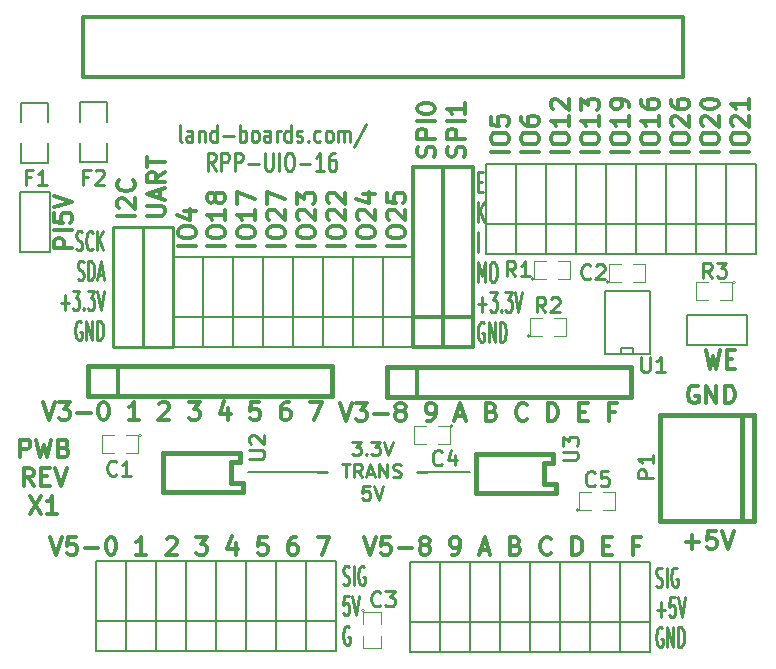
<source format=gto>
G04 (created by PCBNEW (2013-07-07 BZR 4022)-stable) date 3/5/2015 7:40:27 AM*
%MOIN*%
G04 Gerber Fmt 3.4, Leading zero omitted, Abs format*
%FSLAX34Y34*%
G01*
G70*
G90*
G04 APERTURE LIST*
%ADD10C,0.00590551*%
%ADD11C,0.011811*%
%ADD12C,0.00787402*%
%ADD13C,0.00875*%
%ADD14C,0.01125*%
%ADD15C,0.012*%
%ADD16C,0.01*%
%ADD17C,0.006*%
%ADD18C,0.005*%
%ADD19C,0.015*%
%ADD20C,0.0039*%
G04 APERTURE END LIST*
G54D10*
G54D11*
X2439Y-8059D02*
X1848Y-8059D01*
X1848Y-7834D01*
X1876Y-7778D01*
X1904Y-7750D01*
X1960Y-7721D01*
X2045Y-7721D01*
X2101Y-7750D01*
X2129Y-7778D01*
X2157Y-7834D01*
X2157Y-8059D01*
X2439Y-7468D02*
X1848Y-7468D01*
X1848Y-6906D02*
X1848Y-7187D01*
X2129Y-7215D01*
X2101Y-7187D01*
X2073Y-7131D01*
X2073Y-6990D01*
X2101Y-6934D01*
X2129Y-6906D01*
X2185Y-6878D01*
X2326Y-6878D01*
X2382Y-6906D01*
X2410Y-6934D01*
X2439Y-6990D01*
X2439Y-7131D01*
X2410Y-7187D01*
X2382Y-7215D01*
X1848Y-6709D02*
X2439Y-6512D01*
X1848Y-6315D01*
X23300Y-12676D02*
X23243Y-12648D01*
X23159Y-12648D01*
X23075Y-12676D01*
X23018Y-12732D01*
X22990Y-12789D01*
X22962Y-12901D01*
X22962Y-12985D01*
X22990Y-13098D01*
X23018Y-13154D01*
X23075Y-13210D01*
X23159Y-13239D01*
X23215Y-13239D01*
X23300Y-13210D01*
X23328Y-13182D01*
X23328Y-12985D01*
X23215Y-12985D01*
X23581Y-13239D02*
X23581Y-12648D01*
X23918Y-13239D01*
X23918Y-12648D01*
X24199Y-13239D02*
X24199Y-12648D01*
X24340Y-12648D01*
X24424Y-12676D01*
X24481Y-12732D01*
X24509Y-12789D01*
X24537Y-12901D01*
X24537Y-12985D01*
X24509Y-13098D01*
X24481Y-13154D01*
X24424Y-13210D01*
X24340Y-13239D01*
X24199Y-13239D01*
X22890Y-17864D02*
X23340Y-17864D01*
X23115Y-18089D02*
X23115Y-17639D01*
X23903Y-17498D02*
X23621Y-17498D01*
X23593Y-17779D01*
X23621Y-17751D01*
X23678Y-17723D01*
X23818Y-17723D01*
X23874Y-17751D01*
X23903Y-17779D01*
X23931Y-17835D01*
X23931Y-17976D01*
X23903Y-18032D01*
X23874Y-18060D01*
X23818Y-18089D01*
X23678Y-18089D01*
X23621Y-18060D01*
X23593Y-18032D01*
X24099Y-17498D02*
X24296Y-18089D01*
X24493Y-17498D01*
G54D12*
X14240Y-15533D02*
X15690Y-15533D01*
X10740Y-15533D02*
X8290Y-15533D01*
G54D11*
X12172Y-17698D02*
X12369Y-18289D01*
X12566Y-17698D01*
X13043Y-17698D02*
X12762Y-17698D01*
X12734Y-17979D01*
X12762Y-17951D01*
X12819Y-17923D01*
X12959Y-17923D01*
X13015Y-17951D01*
X13043Y-17979D01*
X13071Y-18035D01*
X13071Y-18176D01*
X13043Y-18232D01*
X13015Y-18260D01*
X12959Y-18289D01*
X12819Y-18289D01*
X12762Y-18260D01*
X12734Y-18232D01*
X13324Y-18064D02*
X13774Y-18064D01*
X14139Y-17951D02*
X14083Y-17923D01*
X14055Y-17895D01*
X14027Y-17839D01*
X14027Y-17810D01*
X14055Y-17754D01*
X14083Y-17726D01*
X14139Y-17698D01*
X14251Y-17698D01*
X14308Y-17726D01*
X14336Y-17754D01*
X14364Y-17810D01*
X14364Y-17839D01*
X14336Y-17895D01*
X14308Y-17923D01*
X14251Y-17951D01*
X14139Y-17951D01*
X14083Y-17979D01*
X14055Y-18007D01*
X14027Y-18064D01*
X14027Y-18176D01*
X14055Y-18232D01*
X14083Y-18260D01*
X14139Y-18289D01*
X14251Y-18289D01*
X14308Y-18260D01*
X14336Y-18232D01*
X14364Y-18176D01*
X14364Y-18064D01*
X14336Y-18007D01*
X14308Y-17979D01*
X14251Y-17951D01*
X15094Y-18289D02*
X15207Y-18289D01*
X15263Y-18260D01*
X15291Y-18232D01*
X15347Y-18148D01*
X15375Y-18035D01*
X15375Y-17810D01*
X15347Y-17754D01*
X15319Y-17726D01*
X15263Y-17698D01*
X15150Y-17698D01*
X15094Y-17726D01*
X15066Y-17754D01*
X15038Y-17810D01*
X15038Y-17951D01*
X15066Y-18007D01*
X15094Y-18035D01*
X15150Y-18064D01*
X15263Y-18064D01*
X15319Y-18035D01*
X15347Y-18007D01*
X15375Y-17951D01*
X16050Y-18120D02*
X16330Y-18120D01*
X15993Y-18289D02*
X16190Y-17698D01*
X16387Y-18289D01*
X17230Y-17979D02*
X17314Y-18007D01*
X17342Y-18035D01*
X17370Y-18092D01*
X17370Y-18176D01*
X17342Y-18232D01*
X17314Y-18260D01*
X17258Y-18289D01*
X17033Y-18289D01*
X17033Y-17698D01*
X17230Y-17698D01*
X17286Y-17726D01*
X17314Y-17754D01*
X17342Y-17810D01*
X17342Y-17867D01*
X17314Y-17923D01*
X17286Y-17951D01*
X17230Y-17979D01*
X17033Y-17979D01*
X18410Y-18232D02*
X18381Y-18260D01*
X18297Y-18289D01*
X18241Y-18289D01*
X18157Y-18260D01*
X18100Y-18204D01*
X18072Y-18148D01*
X18044Y-18035D01*
X18044Y-17951D01*
X18072Y-17839D01*
X18100Y-17782D01*
X18157Y-17726D01*
X18241Y-17698D01*
X18297Y-17698D01*
X18381Y-17726D01*
X18410Y-17754D01*
X19112Y-18289D02*
X19112Y-17698D01*
X19252Y-17698D01*
X19337Y-17726D01*
X19393Y-17782D01*
X19421Y-17839D01*
X19449Y-17951D01*
X19449Y-18035D01*
X19421Y-18148D01*
X19393Y-18204D01*
X19337Y-18260D01*
X19252Y-18289D01*
X19112Y-18289D01*
X20151Y-17979D02*
X20348Y-17979D01*
X20432Y-18289D02*
X20151Y-18289D01*
X20151Y-17698D01*
X20432Y-17698D01*
X21331Y-17979D02*
X21135Y-17979D01*
X21135Y-18289D02*
X21135Y-17698D01*
X21416Y-17698D01*
X11363Y-13231D02*
X11559Y-13822D01*
X11756Y-13231D01*
X11897Y-13231D02*
X12262Y-13231D01*
X12065Y-13456D01*
X12149Y-13456D01*
X12206Y-13485D01*
X12234Y-13513D01*
X12262Y-13569D01*
X12262Y-13710D01*
X12234Y-13766D01*
X12206Y-13794D01*
X12149Y-13822D01*
X11981Y-13822D01*
X11925Y-13794D01*
X11897Y-13766D01*
X12515Y-13597D02*
X12964Y-13597D01*
X13329Y-13485D02*
X13273Y-13456D01*
X13245Y-13428D01*
X13217Y-13372D01*
X13217Y-13344D01*
X13245Y-13288D01*
X13273Y-13260D01*
X13329Y-13231D01*
X13442Y-13231D01*
X13498Y-13260D01*
X13526Y-13288D01*
X13554Y-13344D01*
X13554Y-13372D01*
X13526Y-13428D01*
X13498Y-13456D01*
X13442Y-13485D01*
X13329Y-13485D01*
X13273Y-13513D01*
X13245Y-13541D01*
X13217Y-13597D01*
X13217Y-13710D01*
X13245Y-13766D01*
X13273Y-13794D01*
X13329Y-13822D01*
X13442Y-13822D01*
X13498Y-13794D01*
X13526Y-13766D01*
X13554Y-13710D01*
X13554Y-13597D01*
X13526Y-13541D01*
X13498Y-13513D01*
X13442Y-13485D01*
X14285Y-13822D02*
X14397Y-13822D01*
X14453Y-13794D01*
X14481Y-13766D01*
X14538Y-13681D01*
X14566Y-13569D01*
X14566Y-13344D01*
X14538Y-13288D01*
X14509Y-13260D01*
X14453Y-13231D01*
X14341Y-13231D01*
X14285Y-13260D01*
X14257Y-13288D01*
X14229Y-13344D01*
X14229Y-13485D01*
X14257Y-13541D01*
X14285Y-13569D01*
X14341Y-13597D01*
X14453Y-13597D01*
X14509Y-13569D01*
X14538Y-13541D01*
X14566Y-13485D01*
X15240Y-13653D02*
X15521Y-13653D01*
X15184Y-13822D02*
X15380Y-13231D01*
X15577Y-13822D01*
X16420Y-13513D02*
X16504Y-13541D01*
X16532Y-13569D01*
X16560Y-13625D01*
X16560Y-13710D01*
X16532Y-13766D01*
X16504Y-13794D01*
X16448Y-13822D01*
X16223Y-13822D01*
X16223Y-13231D01*
X16420Y-13231D01*
X16476Y-13260D01*
X16504Y-13288D01*
X16532Y-13344D01*
X16532Y-13400D01*
X16504Y-13456D01*
X16476Y-13485D01*
X16420Y-13513D01*
X16223Y-13513D01*
X17600Y-13766D02*
X17572Y-13794D01*
X17488Y-13822D01*
X17431Y-13822D01*
X17347Y-13794D01*
X17291Y-13738D01*
X17263Y-13681D01*
X17235Y-13569D01*
X17235Y-13485D01*
X17263Y-13372D01*
X17291Y-13316D01*
X17347Y-13260D01*
X17431Y-13231D01*
X17488Y-13231D01*
X17572Y-13260D01*
X17600Y-13288D01*
X18302Y-13822D02*
X18302Y-13231D01*
X18443Y-13231D01*
X18527Y-13260D01*
X18583Y-13316D01*
X18611Y-13372D01*
X18639Y-13485D01*
X18639Y-13569D01*
X18611Y-13681D01*
X18583Y-13738D01*
X18527Y-13794D01*
X18443Y-13822D01*
X18302Y-13822D01*
X19342Y-13513D02*
X19539Y-13513D01*
X19623Y-13822D02*
X19342Y-13822D01*
X19342Y-13231D01*
X19623Y-13231D01*
X20522Y-13513D02*
X20325Y-13513D01*
X20325Y-13822D02*
X20325Y-13231D01*
X20606Y-13231D01*
G54D13*
X15978Y-5850D02*
X16095Y-5850D01*
X16145Y-6191D02*
X15978Y-6191D01*
X15978Y-5541D01*
X16145Y-5541D01*
X15978Y-7188D02*
X15978Y-6538D01*
X16178Y-7188D02*
X16028Y-6817D01*
X16178Y-6538D02*
X15978Y-6909D01*
X15978Y-8186D02*
X15978Y-7536D01*
X15978Y-9183D02*
X15978Y-8533D01*
X16095Y-8997D01*
X16211Y-8533D01*
X16211Y-9183D01*
X16445Y-8533D02*
X16511Y-8533D01*
X16545Y-8564D01*
X16578Y-8626D01*
X16595Y-8750D01*
X16595Y-8966D01*
X16578Y-9090D01*
X16545Y-9152D01*
X16511Y-9183D01*
X16445Y-9183D01*
X16411Y-9152D01*
X16378Y-9090D01*
X16361Y-8966D01*
X16361Y-8750D01*
X16378Y-8626D01*
X16411Y-8564D01*
X16445Y-8533D01*
X15978Y-9933D02*
X16245Y-9933D01*
X16111Y-10181D02*
X16111Y-9685D01*
X16378Y-9531D02*
X16595Y-9531D01*
X16478Y-9778D01*
X16528Y-9778D01*
X16561Y-9809D01*
X16578Y-9840D01*
X16595Y-9902D01*
X16595Y-10057D01*
X16578Y-10119D01*
X16561Y-10150D01*
X16528Y-10181D01*
X16428Y-10181D01*
X16395Y-10150D01*
X16378Y-10119D01*
X16745Y-10119D02*
X16761Y-10150D01*
X16745Y-10181D01*
X16728Y-10150D01*
X16745Y-10119D01*
X16745Y-10181D01*
X16878Y-9531D02*
X17095Y-9531D01*
X16978Y-9778D01*
X17028Y-9778D01*
X17061Y-9809D01*
X17078Y-9840D01*
X17095Y-9902D01*
X17095Y-10057D01*
X17078Y-10119D01*
X17061Y-10150D01*
X17028Y-10181D01*
X16928Y-10181D01*
X16895Y-10150D01*
X16878Y-10119D01*
X17195Y-9531D02*
X17311Y-10181D01*
X17428Y-9531D01*
X16161Y-10559D02*
X16128Y-10528D01*
X16078Y-10528D01*
X16028Y-10559D01*
X15995Y-10621D01*
X15978Y-10683D01*
X15961Y-10807D01*
X15961Y-10899D01*
X15978Y-11023D01*
X15995Y-11085D01*
X16028Y-11147D01*
X16078Y-11178D01*
X16111Y-11178D01*
X16161Y-11147D01*
X16178Y-11116D01*
X16178Y-10899D01*
X16111Y-10899D01*
X16328Y-11178D02*
X16328Y-10528D01*
X16528Y-11178D01*
X16528Y-10528D01*
X16695Y-11178D02*
X16695Y-10528D01*
X16778Y-10528D01*
X16828Y-10559D01*
X16861Y-10621D01*
X16878Y-10683D01*
X16895Y-10807D01*
X16895Y-10899D01*
X16878Y-11023D01*
X16861Y-11085D01*
X16828Y-11147D01*
X16778Y-11178D01*
X16695Y-11178D01*
G54D11*
X1716Y-17698D02*
X1912Y-18289D01*
X2109Y-17698D01*
X2587Y-17698D02*
X2306Y-17698D01*
X2278Y-17979D01*
X2306Y-17951D01*
X2362Y-17923D01*
X2502Y-17923D01*
X2559Y-17951D01*
X2587Y-17979D01*
X2615Y-18035D01*
X2615Y-18176D01*
X2587Y-18232D01*
X2559Y-18260D01*
X2502Y-18289D01*
X2362Y-18289D01*
X2306Y-18260D01*
X2278Y-18232D01*
X2868Y-18064D02*
X3317Y-18064D01*
X3710Y-17698D02*
X3767Y-17698D01*
X3823Y-17726D01*
X3851Y-17754D01*
X3879Y-17810D01*
X3907Y-17923D01*
X3907Y-18064D01*
X3879Y-18176D01*
X3851Y-18232D01*
X3823Y-18260D01*
X3767Y-18289D01*
X3710Y-18289D01*
X3654Y-18260D01*
X3626Y-18232D01*
X3598Y-18176D01*
X3570Y-18064D01*
X3570Y-17923D01*
X3598Y-17810D01*
X3626Y-17754D01*
X3654Y-17726D01*
X3710Y-17698D01*
X4919Y-18289D02*
X4581Y-18289D01*
X4750Y-18289D02*
X4750Y-17698D01*
X4694Y-17782D01*
X4638Y-17839D01*
X4581Y-17867D01*
X5593Y-17754D02*
X5621Y-17726D01*
X5677Y-17698D01*
X5818Y-17698D01*
X5874Y-17726D01*
X5902Y-17754D01*
X5930Y-17810D01*
X5930Y-17867D01*
X5902Y-17951D01*
X5565Y-18289D01*
X5930Y-18289D01*
X6576Y-17698D02*
X6941Y-17698D01*
X6745Y-17923D01*
X6829Y-17923D01*
X6885Y-17951D01*
X6913Y-17979D01*
X6941Y-18035D01*
X6941Y-18176D01*
X6913Y-18232D01*
X6885Y-18260D01*
X6829Y-18289D01*
X6660Y-18289D01*
X6604Y-18260D01*
X6576Y-18232D01*
X7897Y-17895D02*
X7897Y-18289D01*
X7756Y-17670D02*
X7616Y-18092D01*
X7981Y-18092D01*
X8936Y-17698D02*
X8655Y-17698D01*
X8627Y-17979D01*
X8655Y-17951D01*
X8711Y-17923D01*
X8852Y-17923D01*
X8908Y-17951D01*
X8936Y-17979D01*
X8964Y-18035D01*
X8964Y-18176D01*
X8936Y-18232D01*
X8908Y-18260D01*
X8852Y-18289D01*
X8711Y-18289D01*
X8655Y-18260D01*
X8627Y-18232D01*
X9920Y-17698D02*
X9807Y-17698D01*
X9751Y-17726D01*
X9723Y-17754D01*
X9667Y-17839D01*
X9639Y-17951D01*
X9639Y-18176D01*
X9667Y-18232D01*
X9695Y-18260D01*
X9751Y-18289D01*
X9863Y-18289D01*
X9920Y-18260D01*
X9948Y-18232D01*
X9976Y-18176D01*
X9976Y-18035D01*
X9948Y-17979D01*
X9920Y-17951D01*
X9863Y-17923D01*
X9751Y-17923D01*
X9695Y-17951D01*
X9667Y-17979D01*
X9639Y-18035D01*
X10622Y-17698D02*
X11015Y-17698D01*
X10762Y-18289D01*
G54D14*
X11776Y-14515D02*
X12055Y-14515D01*
X11905Y-14687D01*
X11969Y-14687D01*
X12012Y-14708D01*
X12033Y-14729D01*
X12055Y-14772D01*
X12055Y-14879D01*
X12033Y-14922D01*
X12012Y-14944D01*
X11969Y-14965D01*
X11840Y-14965D01*
X11798Y-14944D01*
X11776Y-14922D01*
X12248Y-14922D02*
X12269Y-14944D01*
X12248Y-14965D01*
X12226Y-14944D01*
X12248Y-14922D01*
X12248Y-14965D01*
X12419Y-14515D02*
X12698Y-14515D01*
X12548Y-14687D01*
X12612Y-14687D01*
X12655Y-14708D01*
X12676Y-14729D01*
X12698Y-14772D01*
X12698Y-14879D01*
X12676Y-14922D01*
X12655Y-14944D01*
X12612Y-14965D01*
X12483Y-14965D01*
X12440Y-14944D01*
X12419Y-14922D01*
X12826Y-14515D02*
X12976Y-14965D01*
X13126Y-14515D01*
X10608Y-15536D02*
X10951Y-15536D01*
X11444Y-15258D02*
X11701Y-15258D01*
X11573Y-15708D02*
X11573Y-15258D01*
X12108Y-15708D02*
X11958Y-15493D01*
X11851Y-15708D02*
X11851Y-15258D01*
X12023Y-15258D01*
X12065Y-15279D01*
X12087Y-15300D01*
X12108Y-15343D01*
X12108Y-15408D01*
X12087Y-15450D01*
X12065Y-15472D01*
X12023Y-15493D01*
X11851Y-15493D01*
X12280Y-15579D02*
X12494Y-15579D01*
X12237Y-15708D02*
X12387Y-15258D01*
X12537Y-15708D01*
X12687Y-15708D02*
X12687Y-15258D01*
X12944Y-15708D01*
X12944Y-15258D01*
X13137Y-15686D02*
X13201Y-15708D01*
X13308Y-15708D01*
X13351Y-15686D01*
X13373Y-15665D01*
X13394Y-15622D01*
X13394Y-15579D01*
X13373Y-15536D01*
X13351Y-15515D01*
X13308Y-15493D01*
X13223Y-15472D01*
X13180Y-15450D01*
X13158Y-15429D01*
X13137Y-15386D01*
X13137Y-15343D01*
X13158Y-15300D01*
X13180Y-15279D01*
X13223Y-15258D01*
X13330Y-15258D01*
X13394Y-15279D01*
X13930Y-15536D02*
X14273Y-15536D01*
X12355Y-16000D02*
X12140Y-16000D01*
X12119Y-16214D01*
X12140Y-16193D01*
X12183Y-16172D01*
X12290Y-16172D01*
X12333Y-16193D01*
X12355Y-16214D01*
X12376Y-16257D01*
X12376Y-16364D01*
X12355Y-16407D01*
X12333Y-16429D01*
X12290Y-16450D01*
X12183Y-16450D01*
X12140Y-16429D01*
X12119Y-16407D01*
X12505Y-16000D02*
X12655Y-16450D01*
X12805Y-16000D01*
G54D11*
X1466Y-13198D02*
X1662Y-13789D01*
X1859Y-13198D01*
X2000Y-13198D02*
X2365Y-13198D01*
X2168Y-13423D01*
X2252Y-13423D01*
X2309Y-13451D01*
X2337Y-13479D01*
X2365Y-13535D01*
X2365Y-13676D01*
X2337Y-13732D01*
X2309Y-13760D01*
X2252Y-13789D01*
X2084Y-13789D01*
X2028Y-13760D01*
X2000Y-13732D01*
X2618Y-13564D02*
X3067Y-13564D01*
X3460Y-13198D02*
X3517Y-13198D01*
X3573Y-13226D01*
X3601Y-13254D01*
X3629Y-13310D01*
X3657Y-13423D01*
X3657Y-13564D01*
X3629Y-13676D01*
X3601Y-13732D01*
X3573Y-13760D01*
X3517Y-13789D01*
X3460Y-13789D01*
X3404Y-13760D01*
X3376Y-13732D01*
X3348Y-13676D01*
X3320Y-13564D01*
X3320Y-13423D01*
X3348Y-13310D01*
X3376Y-13254D01*
X3404Y-13226D01*
X3460Y-13198D01*
X4669Y-13789D02*
X4331Y-13789D01*
X4500Y-13789D02*
X4500Y-13198D01*
X4444Y-13282D01*
X4388Y-13339D01*
X4331Y-13367D01*
X5343Y-13254D02*
X5371Y-13226D01*
X5427Y-13198D01*
X5568Y-13198D01*
X5624Y-13226D01*
X5652Y-13254D01*
X5680Y-13310D01*
X5680Y-13367D01*
X5652Y-13451D01*
X5315Y-13789D01*
X5680Y-13789D01*
X6326Y-13198D02*
X6691Y-13198D01*
X6495Y-13423D01*
X6579Y-13423D01*
X6635Y-13451D01*
X6663Y-13479D01*
X6691Y-13535D01*
X6691Y-13676D01*
X6663Y-13732D01*
X6635Y-13760D01*
X6579Y-13789D01*
X6410Y-13789D01*
X6354Y-13760D01*
X6326Y-13732D01*
X7647Y-13395D02*
X7647Y-13789D01*
X7506Y-13170D02*
X7366Y-13592D01*
X7731Y-13592D01*
X8686Y-13198D02*
X8405Y-13198D01*
X8377Y-13479D01*
X8405Y-13451D01*
X8461Y-13423D01*
X8602Y-13423D01*
X8658Y-13451D01*
X8686Y-13479D01*
X8714Y-13535D01*
X8714Y-13676D01*
X8686Y-13732D01*
X8658Y-13760D01*
X8602Y-13789D01*
X8461Y-13789D01*
X8405Y-13760D01*
X8377Y-13732D01*
X9670Y-13198D02*
X9557Y-13198D01*
X9501Y-13226D01*
X9473Y-13254D01*
X9417Y-13339D01*
X9389Y-13451D01*
X9389Y-13676D01*
X9417Y-13732D01*
X9445Y-13760D01*
X9501Y-13789D01*
X9613Y-13789D01*
X9670Y-13760D01*
X9698Y-13732D01*
X9726Y-13676D01*
X9726Y-13535D01*
X9698Y-13479D01*
X9670Y-13451D01*
X9613Y-13423D01*
X9501Y-13423D01*
X9445Y-13451D01*
X9417Y-13479D01*
X9389Y-13535D01*
X10372Y-13198D02*
X10765Y-13198D01*
X10512Y-13789D01*
G54D13*
X11477Y-19275D02*
X11527Y-19306D01*
X11610Y-19306D01*
X11644Y-19275D01*
X11660Y-19244D01*
X11677Y-19182D01*
X11677Y-19120D01*
X11660Y-19058D01*
X11644Y-19027D01*
X11610Y-18997D01*
X11544Y-18966D01*
X11510Y-18935D01*
X11494Y-18904D01*
X11477Y-18842D01*
X11477Y-18780D01*
X11494Y-18718D01*
X11510Y-18687D01*
X11544Y-18656D01*
X11627Y-18656D01*
X11677Y-18687D01*
X11827Y-19306D02*
X11827Y-18656D01*
X12177Y-18687D02*
X12144Y-18656D01*
X12094Y-18656D01*
X12044Y-18687D01*
X12010Y-18749D01*
X11994Y-18811D01*
X11977Y-18935D01*
X11977Y-19027D01*
X11994Y-19151D01*
X12010Y-19213D01*
X12044Y-19275D01*
X12094Y-19306D01*
X12127Y-19306D01*
X12177Y-19275D01*
X12194Y-19244D01*
X12194Y-19027D01*
X12127Y-19027D01*
X11660Y-19654D02*
X11494Y-19654D01*
X11477Y-19963D01*
X11494Y-19932D01*
X11527Y-19901D01*
X11610Y-19901D01*
X11644Y-19932D01*
X11660Y-19963D01*
X11677Y-20025D01*
X11677Y-20180D01*
X11660Y-20242D01*
X11644Y-20273D01*
X11610Y-20304D01*
X11527Y-20304D01*
X11494Y-20273D01*
X11477Y-20242D01*
X11777Y-19654D02*
X11894Y-20304D01*
X12010Y-19654D01*
X11677Y-20682D02*
X11644Y-20651D01*
X11594Y-20651D01*
X11544Y-20682D01*
X11510Y-20744D01*
X11494Y-20806D01*
X11477Y-20930D01*
X11477Y-21022D01*
X11494Y-21146D01*
X11510Y-21208D01*
X11544Y-21270D01*
X11594Y-21301D01*
X11627Y-21301D01*
X11677Y-21270D01*
X11694Y-21239D01*
X11694Y-21022D01*
X11627Y-21022D01*
X21916Y-19332D02*
X21966Y-19363D01*
X22050Y-19363D01*
X22083Y-19332D01*
X22100Y-19301D01*
X22116Y-19239D01*
X22116Y-19177D01*
X22100Y-19115D01*
X22083Y-19084D01*
X22050Y-19053D01*
X21983Y-19022D01*
X21950Y-18991D01*
X21933Y-18960D01*
X21916Y-18898D01*
X21916Y-18836D01*
X21933Y-18775D01*
X21950Y-18744D01*
X21983Y-18713D01*
X22066Y-18713D01*
X22116Y-18744D01*
X22266Y-19363D02*
X22266Y-18713D01*
X22616Y-18744D02*
X22583Y-18713D01*
X22533Y-18713D01*
X22483Y-18744D01*
X22450Y-18805D01*
X22433Y-18867D01*
X22416Y-18991D01*
X22416Y-19084D01*
X22433Y-19208D01*
X22450Y-19270D01*
X22483Y-19332D01*
X22533Y-19363D01*
X22566Y-19363D01*
X22616Y-19332D01*
X22633Y-19301D01*
X22633Y-19084D01*
X22566Y-19084D01*
X21933Y-20112D02*
X22200Y-20112D01*
X22066Y-20360D02*
X22066Y-19865D01*
X22533Y-19710D02*
X22366Y-19710D01*
X22350Y-20020D01*
X22366Y-19989D01*
X22400Y-19958D01*
X22483Y-19958D01*
X22516Y-19989D01*
X22533Y-20020D01*
X22550Y-20082D01*
X22550Y-20236D01*
X22533Y-20298D01*
X22516Y-20329D01*
X22483Y-20360D01*
X22400Y-20360D01*
X22366Y-20329D01*
X22350Y-20298D01*
X22650Y-19710D02*
X22766Y-20360D01*
X22883Y-19710D01*
X22116Y-20739D02*
X22083Y-20708D01*
X22033Y-20708D01*
X21983Y-20739D01*
X21950Y-20800D01*
X21933Y-20862D01*
X21916Y-20986D01*
X21916Y-21079D01*
X21933Y-21203D01*
X21950Y-21265D01*
X21983Y-21327D01*
X22033Y-21358D01*
X22066Y-21358D01*
X22116Y-21327D01*
X22133Y-21296D01*
X22133Y-21079D01*
X22066Y-21079D01*
X22283Y-21358D02*
X22283Y-20708D01*
X22483Y-21358D01*
X22483Y-20708D01*
X22650Y-21358D02*
X22650Y-20708D01*
X22733Y-20708D01*
X22783Y-20739D01*
X22816Y-20800D01*
X22833Y-20862D01*
X22850Y-20986D01*
X22850Y-21079D01*
X22833Y-21203D01*
X22816Y-21265D01*
X22783Y-21327D01*
X22733Y-21358D01*
X22650Y-21358D01*
G54D15*
X23578Y-11477D02*
X23709Y-12102D01*
X23814Y-11656D01*
X23919Y-12102D01*
X24050Y-11477D01*
X24259Y-11775D02*
X24442Y-11775D01*
X24521Y-12102D02*
X24259Y-12102D01*
X24259Y-11477D01*
X24521Y-11477D01*
G54D11*
X23989Y-4859D02*
X23398Y-4859D01*
X23398Y-4465D02*
X23398Y-4353D01*
X23426Y-4296D01*
X23482Y-4240D01*
X23595Y-4212D01*
X23792Y-4212D01*
X23904Y-4240D01*
X23960Y-4296D01*
X23989Y-4353D01*
X23989Y-4465D01*
X23960Y-4521D01*
X23904Y-4578D01*
X23792Y-4606D01*
X23595Y-4606D01*
X23482Y-4578D01*
X23426Y-4521D01*
X23398Y-4465D01*
X23454Y-3987D02*
X23426Y-3959D01*
X23398Y-3903D01*
X23398Y-3762D01*
X23426Y-3706D01*
X23454Y-3678D01*
X23510Y-3650D01*
X23567Y-3650D01*
X23651Y-3678D01*
X23989Y-4015D01*
X23989Y-3650D01*
X23398Y-3284D02*
X23398Y-3228D01*
X23426Y-3172D01*
X23454Y-3143D01*
X23510Y-3115D01*
X23623Y-3087D01*
X23764Y-3087D01*
X23876Y-3115D01*
X23932Y-3143D01*
X23960Y-3172D01*
X23989Y-3228D01*
X23989Y-3284D01*
X23960Y-3340D01*
X23932Y-3368D01*
X23876Y-3397D01*
X23764Y-3425D01*
X23623Y-3425D01*
X23510Y-3397D01*
X23454Y-3368D01*
X23426Y-3340D01*
X23398Y-3284D01*
X21989Y-4859D02*
X21398Y-4859D01*
X21398Y-4465D02*
X21398Y-4353D01*
X21426Y-4296D01*
X21482Y-4240D01*
X21595Y-4212D01*
X21792Y-4212D01*
X21904Y-4240D01*
X21960Y-4296D01*
X21989Y-4353D01*
X21989Y-4465D01*
X21960Y-4521D01*
X21904Y-4578D01*
X21792Y-4606D01*
X21595Y-4606D01*
X21482Y-4578D01*
X21426Y-4521D01*
X21398Y-4465D01*
X21989Y-3650D02*
X21989Y-3987D01*
X21989Y-3818D02*
X21398Y-3818D01*
X21482Y-3875D01*
X21539Y-3931D01*
X21567Y-3987D01*
X21398Y-3143D02*
X21398Y-3256D01*
X21426Y-3312D01*
X21454Y-3340D01*
X21539Y-3397D01*
X21651Y-3425D01*
X21876Y-3425D01*
X21932Y-3397D01*
X21960Y-3368D01*
X21989Y-3312D01*
X21989Y-3200D01*
X21960Y-3143D01*
X21932Y-3115D01*
X21876Y-3087D01*
X21735Y-3087D01*
X21679Y-3115D01*
X21651Y-3143D01*
X21623Y-3200D01*
X21623Y-3312D01*
X21651Y-3368D01*
X21679Y-3397D01*
X21735Y-3425D01*
X18989Y-4859D02*
X18398Y-4859D01*
X18398Y-4465D02*
X18398Y-4353D01*
X18426Y-4296D01*
X18482Y-4240D01*
X18595Y-4212D01*
X18792Y-4212D01*
X18904Y-4240D01*
X18960Y-4296D01*
X18989Y-4353D01*
X18989Y-4465D01*
X18960Y-4521D01*
X18904Y-4578D01*
X18792Y-4606D01*
X18595Y-4606D01*
X18482Y-4578D01*
X18426Y-4521D01*
X18398Y-4465D01*
X18989Y-3650D02*
X18989Y-3987D01*
X18989Y-3818D02*
X18398Y-3818D01*
X18482Y-3875D01*
X18539Y-3931D01*
X18567Y-3987D01*
X18454Y-3425D02*
X18426Y-3397D01*
X18398Y-3340D01*
X18398Y-3200D01*
X18426Y-3143D01*
X18454Y-3115D01*
X18510Y-3087D01*
X18567Y-3087D01*
X18651Y-3115D01*
X18989Y-3453D01*
X18989Y-3087D01*
X24989Y-4859D02*
X24398Y-4859D01*
X24398Y-4465D02*
X24398Y-4353D01*
X24426Y-4296D01*
X24482Y-4240D01*
X24595Y-4212D01*
X24792Y-4212D01*
X24904Y-4240D01*
X24960Y-4296D01*
X24989Y-4353D01*
X24989Y-4465D01*
X24960Y-4521D01*
X24904Y-4578D01*
X24792Y-4606D01*
X24595Y-4606D01*
X24482Y-4578D01*
X24426Y-4521D01*
X24398Y-4465D01*
X24454Y-3987D02*
X24426Y-3959D01*
X24398Y-3903D01*
X24398Y-3762D01*
X24426Y-3706D01*
X24454Y-3678D01*
X24510Y-3650D01*
X24567Y-3650D01*
X24651Y-3678D01*
X24989Y-4015D01*
X24989Y-3650D01*
X24989Y-3087D02*
X24989Y-3425D01*
X24989Y-3256D02*
X24398Y-3256D01*
X24482Y-3312D01*
X24539Y-3368D01*
X24567Y-3425D01*
X22989Y-4859D02*
X22398Y-4859D01*
X22398Y-4465D02*
X22398Y-4353D01*
X22426Y-4296D01*
X22482Y-4240D01*
X22595Y-4212D01*
X22792Y-4212D01*
X22904Y-4240D01*
X22960Y-4296D01*
X22989Y-4353D01*
X22989Y-4465D01*
X22960Y-4521D01*
X22904Y-4578D01*
X22792Y-4606D01*
X22595Y-4606D01*
X22482Y-4578D01*
X22426Y-4521D01*
X22398Y-4465D01*
X22454Y-3987D02*
X22426Y-3959D01*
X22398Y-3903D01*
X22398Y-3762D01*
X22426Y-3706D01*
X22454Y-3678D01*
X22510Y-3650D01*
X22567Y-3650D01*
X22651Y-3678D01*
X22989Y-4015D01*
X22989Y-3650D01*
X22398Y-3143D02*
X22398Y-3256D01*
X22426Y-3312D01*
X22454Y-3340D01*
X22539Y-3397D01*
X22651Y-3425D01*
X22876Y-3425D01*
X22932Y-3397D01*
X22960Y-3368D01*
X22989Y-3312D01*
X22989Y-3200D01*
X22960Y-3143D01*
X22932Y-3115D01*
X22876Y-3087D01*
X22735Y-3087D01*
X22679Y-3115D01*
X22651Y-3143D01*
X22623Y-3200D01*
X22623Y-3312D01*
X22651Y-3368D01*
X22679Y-3397D01*
X22735Y-3425D01*
X20989Y-4859D02*
X20398Y-4859D01*
X20398Y-4465D02*
X20398Y-4353D01*
X20426Y-4296D01*
X20482Y-4240D01*
X20595Y-4212D01*
X20792Y-4212D01*
X20904Y-4240D01*
X20960Y-4296D01*
X20989Y-4353D01*
X20989Y-4465D01*
X20960Y-4521D01*
X20904Y-4578D01*
X20792Y-4606D01*
X20595Y-4606D01*
X20482Y-4578D01*
X20426Y-4521D01*
X20398Y-4465D01*
X20989Y-3650D02*
X20989Y-3987D01*
X20989Y-3818D02*
X20398Y-3818D01*
X20482Y-3875D01*
X20539Y-3931D01*
X20567Y-3987D01*
X20989Y-3368D02*
X20989Y-3256D01*
X20960Y-3200D01*
X20932Y-3172D01*
X20848Y-3115D01*
X20735Y-3087D01*
X20510Y-3087D01*
X20454Y-3115D01*
X20426Y-3143D01*
X20398Y-3200D01*
X20398Y-3312D01*
X20426Y-3368D01*
X20454Y-3397D01*
X20510Y-3425D01*
X20651Y-3425D01*
X20707Y-3397D01*
X20735Y-3368D01*
X20764Y-3312D01*
X20764Y-3200D01*
X20735Y-3143D01*
X20707Y-3115D01*
X20651Y-3087D01*
X19989Y-4859D02*
X19398Y-4859D01*
X19398Y-4465D02*
X19398Y-4353D01*
X19426Y-4296D01*
X19482Y-4240D01*
X19595Y-4212D01*
X19792Y-4212D01*
X19904Y-4240D01*
X19960Y-4296D01*
X19989Y-4353D01*
X19989Y-4465D01*
X19960Y-4521D01*
X19904Y-4578D01*
X19792Y-4606D01*
X19595Y-4606D01*
X19482Y-4578D01*
X19426Y-4521D01*
X19398Y-4465D01*
X19989Y-3650D02*
X19989Y-3987D01*
X19989Y-3818D02*
X19398Y-3818D01*
X19482Y-3875D01*
X19539Y-3931D01*
X19567Y-3987D01*
X19398Y-3453D02*
X19398Y-3087D01*
X19623Y-3284D01*
X19623Y-3200D01*
X19651Y-3143D01*
X19679Y-3115D01*
X19735Y-3087D01*
X19876Y-3087D01*
X19932Y-3115D01*
X19960Y-3143D01*
X19989Y-3200D01*
X19989Y-3368D01*
X19960Y-3425D01*
X19932Y-3453D01*
X17989Y-4859D02*
X17398Y-4859D01*
X17398Y-4465D02*
X17398Y-4353D01*
X17426Y-4296D01*
X17482Y-4240D01*
X17595Y-4212D01*
X17792Y-4212D01*
X17904Y-4240D01*
X17960Y-4296D01*
X17989Y-4353D01*
X17989Y-4465D01*
X17960Y-4521D01*
X17904Y-4578D01*
X17792Y-4606D01*
X17595Y-4606D01*
X17482Y-4578D01*
X17426Y-4521D01*
X17398Y-4465D01*
X17398Y-3706D02*
X17398Y-3818D01*
X17426Y-3875D01*
X17454Y-3903D01*
X17539Y-3959D01*
X17651Y-3987D01*
X17876Y-3987D01*
X17932Y-3959D01*
X17960Y-3931D01*
X17989Y-3875D01*
X17989Y-3762D01*
X17960Y-3706D01*
X17932Y-3678D01*
X17876Y-3650D01*
X17735Y-3650D01*
X17679Y-3678D01*
X17651Y-3706D01*
X17623Y-3762D01*
X17623Y-3875D01*
X17651Y-3931D01*
X17679Y-3959D01*
X17735Y-3987D01*
X16989Y-4859D02*
X16398Y-4859D01*
X16398Y-4465D02*
X16398Y-4353D01*
X16426Y-4296D01*
X16482Y-4240D01*
X16595Y-4212D01*
X16792Y-4212D01*
X16904Y-4240D01*
X16960Y-4296D01*
X16989Y-4353D01*
X16989Y-4465D01*
X16960Y-4521D01*
X16904Y-4578D01*
X16792Y-4606D01*
X16595Y-4606D01*
X16482Y-4578D01*
X16426Y-4521D01*
X16398Y-4465D01*
X16398Y-3678D02*
X16398Y-3959D01*
X16679Y-3987D01*
X16651Y-3959D01*
X16623Y-3903D01*
X16623Y-3762D01*
X16651Y-3706D01*
X16679Y-3678D01*
X16735Y-3650D01*
X16876Y-3650D01*
X16932Y-3678D01*
X16960Y-3706D01*
X16989Y-3762D01*
X16989Y-3903D01*
X16960Y-3959D01*
X16932Y-3987D01*
X12534Y-7987D02*
X11943Y-7987D01*
X11943Y-7593D02*
X11943Y-7481D01*
X11971Y-7424D01*
X12028Y-7368D01*
X12140Y-7340D01*
X12337Y-7340D01*
X12449Y-7368D01*
X12506Y-7424D01*
X12534Y-7481D01*
X12534Y-7593D01*
X12506Y-7649D01*
X12449Y-7706D01*
X12337Y-7734D01*
X12140Y-7734D01*
X12028Y-7706D01*
X11971Y-7649D01*
X11943Y-7593D01*
X12000Y-7115D02*
X11971Y-7087D01*
X11943Y-7031D01*
X11943Y-6890D01*
X11971Y-6834D01*
X12000Y-6806D01*
X12056Y-6778D01*
X12112Y-6778D01*
X12196Y-6806D01*
X12534Y-7143D01*
X12534Y-6778D01*
X12140Y-6271D02*
X12534Y-6271D01*
X11915Y-6412D02*
X12337Y-6553D01*
X12337Y-6187D01*
X6564Y-7984D02*
X5973Y-7984D01*
X5973Y-7590D02*
X5973Y-7478D01*
X6001Y-7421D01*
X6057Y-7365D01*
X6170Y-7337D01*
X6367Y-7337D01*
X6479Y-7365D01*
X6535Y-7421D01*
X6564Y-7478D01*
X6564Y-7590D01*
X6535Y-7646D01*
X6479Y-7703D01*
X6367Y-7731D01*
X6170Y-7731D01*
X6057Y-7703D01*
X6001Y-7646D01*
X5973Y-7590D01*
X6170Y-6831D02*
X6564Y-6831D01*
X5945Y-6972D02*
X6367Y-7112D01*
X6367Y-6747D01*
X712Y-15039D02*
X712Y-14448D01*
X937Y-14448D01*
X993Y-14476D01*
X1021Y-14504D01*
X1050Y-14560D01*
X1050Y-14645D01*
X1021Y-14701D01*
X993Y-14729D01*
X937Y-14757D01*
X712Y-14757D01*
X1246Y-14448D02*
X1387Y-15039D01*
X1500Y-14617D01*
X1612Y-15039D01*
X1753Y-14448D01*
X2174Y-14729D02*
X2259Y-14757D01*
X2287Y-14785D01*
X2315Y-14842D01*
X2315Y-14926D01*
X2287Y-14982D01*
X2259Y-15010D01*
X2203Y-15039D01*
X1978Y-15039D01*
X1978Y-14448D01*
X2174Y-14448D01*
X2231Y-14476D01*
X2259Y-14504D01*
X2287Y-14560D01*
X2287Y-14617D01*
X2259Y-14673D01*
X2231Y-14701D01*
X2174Y-14729D01*
X1978Y-14729D01*
X1162Y-15983D02*
X965Y-15702D01*
X825Y-15983D02*
X825Y-15393D01*
X1050Y-15393D01*
X1106Y-15421D01*
X1134Y-15449D01*
X1162Y-15505D01*
X1162Y-15590D01*
X1134Y-15646D01*
X1106Y-15674D01*
X1050Y-15702D01*
X825Y-15702D01*
X1415Y-15674D02*
X1612Y-15674D01*
X1696Y-15983D02*
X1415Y-15983D01*
X1415Y-15393D01*
X1696Y-15393D01*
X1865Y-15393D02*
X2062Y-15983D01*
X2259Y-15393D01*
X1021Y-16338D02*
X1415Y-16928D01*
X1415Y-16338D02*
X1021Y-16928D01*
X1949Y-16928D02*
X1612Y-16928D01*
X1781Y-16928D02*
X1781Y-16338D01*
X1724Y-16422D01*
X1668Y-16478D01*
X1612Y-16506D01*
G54D13*
X2578Y-8110D02*
X2628Y-8141D01*
X2711Y-8141D01*
X2745Y-8110D01*
X2761Y-8079D01*
X2778Y-8017D01*
X2778Y-7955D01*
X2761Y-7893D01*
X2745Y-7862D01*
X2711Y-7831D01*
X2645Y-7800D01*
X2611Y-7769D01*
X2595Y-7738D01*
X2578Y-7676D01*
X2578Y-7614D01*
X2595Y-7552D01*
X2611Y-7522D01*
X2645Y-7491D01*
X2728Y-7491D01*
X2778Y-7522D01*
X3128Y-8079D02*
X3111Y-8110D01*
X3061Y-8141D01*
X3028Y-8141D01*
X2978Y-8110D01*
X2945Y-8048D01*
X2928Y-7986D01*
X2911Y-7862D01*
X2911Y-7769D01*
X2928Y-7645D01*
X2945Y-7583D01*
X2978Y-7522D01*
X3028Y-7491D01*
X3061Y-7491D01*
X3111Y-7522D01*
X3128Y-7552D01*
X3278Y-8141D02*
X3278Y-7491D01*
X3478Y-8141D02*
X3328Y-7769D01*
X3478Y-7491D02*
X3278Y-7862D01*
X2628Y-9107D02*
X2678Y-9138D01*
X2761Y-9138D01*
X2795Y-9107D01*
X2811Y-9076D01*
X2828Y-9014D01*
X2828Y-8952D01*
X2811Y-8890D01*
X2795Y-8859D01*
X2761Y-8829D01*
X2695Y-8798D01*
X2661Y-8767D01*
X2645Y-8736D01*
X2628Y-8674D01*
X2628Y-8612D01*
X2645Y-8550D01*
X2661Y-8519D01*
X2695Y-8488D01*
X2778Y-8488D01*
X2828Y-8519D01*
X2978Y-9138D02*
X2978Y-8488D01*
X3061Y-8488D01*
X3111Y-8519D01*
X3145Y-8581D01*
X3161Y-8643D01*
X3178Y-8767D01*
X3178Y-8859D01*
X3161Y-8983D01*
X3145Y-9045D01*
X3111Y-9107D01*
X3061Y-9138D01*
X2978Y-9138D01*
X3311Y-8952D02*
X3478Y-8952D01*
X3278Y-9138D02*
X3395Y-8488D01*
X3511Y-9138D01*
X2061Y-9888D02*
X2328Y-9888D01*
X2195Y-10136D02*
X2195Y-9640D01*
X2461Y-9486D02*
X2678Y-9486D01*
X2561Y-9733D01*
X2611Y-9733D01*
X2645Y-9764D01*
X2661Y-9795D01*
X2678Y-9857D01*
X2678Y-10012D01*
X2661Y-10074D01*
X2645Y-10105D01*
X2611Y-10136D01*
X2511Y-10136D01*
X2478Y-10105D01*
X2461Y-10074D01*
X2828Y-10074D02*
X2845Y-10105D01*
X2828Y-10136D01*
X2811Y-10105D01*
X2828Y-10074D01*
X2828Y-10136D01*
X2961Y-9486D02*
X3178Y-9486D01*
X3061Y-9733D01*
X3111Y-9733D01*
X3145Y-9764D01*
X3161Y-9795D01*
X3178Y-9857D01*
X3178Y-10012D01*
X3161Y-10074D01*
X3145Y-10105D01*
X3111Y-10136D01*
X3011Y-10136D01*
X2978Y-10105D01*
X2961Y-10074D01*
X3278Y-9486D02*
X3395Y-10136D01*
X3511Y-9486D01*
X2745Y-10514D02*
X2711Y-10483D01*
X2661Y-10483D01*
X2611Y-10514D01*
X2578Y-10576D01*
X2561Y-10638D01*
X2545Y-10762D01*
X2545Y-10854D01*
X2561Y-10978D01*
X2578Y-11040D01*
X2611Y-11102D01*
X2661Y-11133D01*
X2695Y-11133D01*
X2745Y-11102D01*
X2761Y-11071D01*
X2761Y-10854D01*
X2695Y-10854D01*
X2911Y-11133D02*
X2911Y-10483D01*
X3111Y-11133D01*
X3111Y-10483D01*
X3278Y-11133D02*
X3278Y-10483D01*
X3361Y-10483D01*
X3411Y-10514D01*
X3445Y-10576D01*
X3461Y-10638D01*
X3478Y-10762D01*
X3478Y-10854D01*
X3461Y-10978D01*
X3445Y-11040D01*
X3411Y-11102D01*
X3361Y-11133D01*
X3278Y-11133D01*
G54D14*
X6089Y-4539D02*
X6046Y-4510D01*
X6025Y-4454D01*
X6025Y-3948D01*
X6453Y-4539D02*
X6453Y-4229D01*
X6432Y-4173D01*
X6389Y-4145D01*
X6303Y-4145D01*
X6260Y-4173D01*
X6453Y-4510D02*
X6410Y-4539D01*
X6303Y-4539D01*
X6260Y-4510D01*
X6239Y-4454D01*
X6239Y-4398D01*
X6260Y-4342D01*
X6303Y-4314D01*
X6410Y-4314D01*
X6453Y-4285D01*
X6667Y-4145D02*
X6667Y-4539D01*
X6667Y-4201D02*
X6689Y-4173D01*
X6732Y-4145D01*
X6796Y-4145D01*
X6839Y-4173D01*
X6860Y-4229D01*
X6860Y-4539D01*
X7267Y-4539D02*
X7267Y-3948D01*
X7267Y-4510D02*
X7225Y-4539D01*
X7139Y-4539D01*
X7096Y-4510D01*
X7075Y-4482D01*
X7053Y-4426D01*
X7053Y-4257D01*
X7075Y-4201D01*
X7096Y-4173D01*
X7139Y-4145D01*
X7225Y-4145D01*
X7267Y-4173D01*
X7482Y-4314D02*
X7825Y-4314D01*
X8039Y-4539D02*
X8039Y-3948D01*
X8039Y-4173D02*
X8082Y-4145D01*
X8167Y-4145D01*
X8210Y-4173D01*
X8232Y-4201D01*
X8253Y-4257D01*
X8253Y-4426D01*
X8232Y-4482D01*
X8210Y-4510D01*
X8167Y-4539D01*
X8082Y-4539D01*
X8039Y-4510D01*
X8510Y-4539D02*
X8467Y-4510D01*
X8446Y-4482D01*
X8425Y-4426D01*
X8425Y-4257D01*
X8446Y-4201D01*
X8467Y-4173D01*
X8510Y-4145D01*
X8575Y-4145D01*
X8617Y-4173D01*
X8639Y-4201D01*
X8660Y-4257D01*
X8660Y-4426D01*
X8639Y-4482D01*
X8617Y-4510D01*
X8575Y-4539D01*
X8510Y-4539D01*
X9046Y-4539D02*
X9046Y-4229D01*
X9025Y-4173D01*
X8982Y-4145D01*
X8896Y-4145D01*
X8853Y-4173D01*
X9046Y-4510D02*
X9003Y-4539D01*
X8896Y-4539D01*
X8853Y-4510D01*
X8832Y-4454D01*
X8832Y-4398D01*
X8853Y-4342D01*
X8896Y-4314D01*
X9003Y-4314D01*
X9046Y-4285D01*
X9260Y-4539D02*
X9260Y-4145D01*
X9260Y-4257D02*
X9282Y-4201D01*
X9303Y-4173D01*
X9346Y-4145D01*
X9389Y-4145D01*
X9732Y-4539D02*
X9732Y-3948D01*
X9732Y-4510D02*
X9689Y-4539D01*
X9603Y-4539D01*
X9560Y-4510D01*
X9539Y-4482D01*
X9517Y-4426D01*
X9517Y-4257D01*
X9539Y-4201D01*
X9560Y-4173D01*
X9603Y-4145D01*
X9689Y-4145D01*
X9732Y-4173D01*
X9925Y-4510D02*
X9967Y-4539D01*
X10053Y-4539D01*
X10096Y-4510D01*
X10117Y-4454D01*
X10117Y-4426D01*
X10096Y-4370D01*
X10053Y-4342D01*
X9989Y-4342D01*
X9946Y-4314D01*
X9925Y-4257D01*
X9925Y-4229D01*
X9946Y-4173D01*
X9989Y-4145D01*
X10053Y-4145D01*
X10096Y-4173D01*
X10310Y-4482D02*
X10332Y-4510D01*
X10310Y-4539D01*
X10289Y-4510D01*
X10310Y-4482D01*
X10310Y-4539D01*
X10717Y-4510D02*
X10675Y-4539D01*
X10589Y-4539D01*
X10546Y-4510D01*
X10525Y-4482D01*
X10503Y-4426D01*
X10503Y-4257D01*
X10525Y-4201D01*
X10546Y-4173D01*
X10589Y-4145D01*
X10675Y-4145D01*
X10717Y-4173D01*
X10975Y-4539D02*
X10932Y-4510D01*
X10910Y-4482D01*
X10889Y-4426D01*
X10889Y-4257D01*
X10910Y-4201D01*
X10932Y-4173D01*
X10975Y-4145D01*
X11039Y-4145D01*
X11082Y-4173D01*
X11103Y-4201D01*
X11125Y-4257D01*
X11125Y-4426D01*
X11103Y-4482D01*
X11082Y-4510D01*
X11039Y-4539D01*
X10975Y-4539D01*
X11317Y-4539D02*
X11317Y-4145D01*
X11317Y-4201D02*
X11339Y-4173D01*
X11382Y-4145D01*
X11446Y-4145D01*
X11489Y-4173D01*
X11510Y-4229D01*
X11510Y-4539D01*
X11510Y-4229D02*
X11532Y-4173D01*
X11575Y-4145D01*
X11639Y-4145D01*
X11682Y-4173D01*
X11703Y-4229D01*
X11703Y-4539D01*
X12239Y-3920D02*
X11853Y-4679D01*
X7225Y-5478D02*
X7075Y-5197D01*
X6967Y-5478D02*
X6967Y-4887D01*
X7139Y-4887D01*
X7182Y-4915D01*
X7203Y-4943D01*
X7225Y-5000D01*
X7225Y-5084D01*
X7203Y-5140D01*
X7182Y-5168D01*
X7139Y-5197D01*
X6967Y-5197D01*
X7417Y-5478D02*
X7417Y-4887D01*
X7589Y-4887D01*
X7632Y-4915D01*
X7653Y-4943D01*
X7675Y-5000D01*
X7675Y-5084D01*
X7653Y-5140D01*
X7632Y-5168D01*
X7589Y-5197D01*
X7417Y-5197D01*
X7867Y-5478D02*
X7867Y-4887D01*
X8039Y-4887D01*
X8082Y-4915D01*
X8103Y-4943D01*
X8125Y-5000D01*
X8125Y-5084D01*
X8103Y-5140D01*
X8082Y-5168D01*
X8039Y-5197D01*
X7867Y-5197D01*
X8317Y-5253D02*
X8660Y-5253D01*
X8875Y-4887D02*
X8875Y-5365D01*
X8896Y-5422D01*
X8917Y-5450D01*
X8960Y-5478D01*
X9046Y-5478D01*
X9089Y-5450D01*
X9110Y-5422D01*
X9132Y-5365D01*
X9132Y-4887D01*
X9346Y-5478D02*
X9346Y-4887D01*
X9646Y-4887D02*
X9732Y-4887D01*
X9775Y-4915D01*
X9817Y-4972D01*
X9839Y-5084D01*
X9839Y-5281D01*
X9817Y-5393D01*
X9775Y-5450D01*
X9732Y-5478D01*
X9646Y-5478D01*
X9603Y-5450D01*
X9560Y-5393D01*
X9539Y-5281D01*
X9539Y-5084D01*
X9560Y-4972D01*
X9603Y-4915D01*
X9646Y-4887D01*
X10032Y-5253D02*
X10375Y-5253D01*
X10825Y-5478D02*
X10567Y-5478D01*
X10696Y-5478D02*
X10696Y-4887D01*
X10653Y-4972D01*
X10610Y-5028D01*
X10567Y-5056D01*
X11210Y-4887D02*
X11125Y-4887D01*
X11082Y-4915D01*
X11060Y-4943D01*
X11017Y-5028D01*
X10996Y-5140D01*
X10996Y-5365D01*
X11017Y-5422D01*
X11039Y-5450D01*
X11082Y-5478D01*
X11167Y-5478D01*
X11210Y-5450D01*
X11232Y-5422D01*
X11253Y-5365D01*
X11253Y-5225D01*
X11232Y-5168D01*
X11210Y-5140D01*
X11167Y-5112D01*
X11082Y-5112D01*
X11039Y-5140D01*
X11017Y-5168D01*
X10996Y-5225D01*
G54D11*
X15506Y-5015D02*
X15534Y-4931D01*
X15534Y-4790D01*
X15506Y-4734D01*
X15478Y-4706D01*
X15421Y-4678D01*
X15365Y-4678D01*
X15309Y-4706D01*
X15281Y-4734D01*
X15253Y-4790D01*
X15224Y-4902D01*
X15196Y-4959D01*
X15168Y-4987D01*
X15112Y-5015D01*
X15056Y-5015D01*
X15000Y-4987D01*
X14971Y-4959D01*
X14943Y-4902D01*
X14943Y-4762D01*
X14971Y-4678D01*
X15534Y-4424D02*
X14943Y-4424D01*
X14943Y-4199D01*
X14971Y-4143D01*
X15000Y-4115D01*
X15056Y-4087D01*
X15140Y-4087D01*
X15196Y-4115D01*
X15224Y-4143D01*
X15253Y-4199D01*
X15253Y-4424D01*
X15534Y-3834D02*
X14943Y-3834D01*
X15534Y-3243D02*
X15534Y-3581D01*
X15534Y-3412D02*
X14943Y-3412D01*
X15028Y-3468D01*
X15084Y-3525D01*
X15112Y-3581D01*
X14506Y-5015D02*
X14534Y-4931D01*
X14534Y-4790D01*
X14506Y-4734D01*
X14478Y-4706D01*
X14421Y-4678D01*
X14365Y-4678D01*
X14309Y-4706D01*
X14281Y-4734D01*
X14253Y-4790D01*
X14224Y-4902D01*
X14196Y-4959D01*
X14168Y-4987D01*
X14112Y-5015D01*
X14056Y-5015D01*
X14000Y-4987D01*
X13971Y-4959D01*
X13943Y-4902D01*
X13943Y-4762D01*
X13971Y-4678D01*
X14534Y-4424D02*
X13943Y-4424D01*
X13943Y-4199D01*
X13971Y-4143D01*
X14000Y-4115D01*
X14056Y-4087D01*
X14140Y-4087D01*
X14196Y-4115D01*
X14224Y-4143D01*
X14253Y-4199D01*
X14253Y-4424D01*
X14534Y-3834D02*
X13943Y-3834D01*
X13943Y-3440D02*
X13943Y-3384D01*
X13971Y-3328D01*
X14000Y-3300D01*
X14056Y-3271D01*
X14168Y-3243D01*
X14309Y-3243D01*
X14421Y-3271D01*
X14478Y-3300D01*
X14506Y-3328D01*
X14534Y-3384D01*
X14534Y-3440D01*
X14506Y-3496D01*
X14478Y-3525D01*
X14421Y-3553D01*
X14309Y-3581D01*
X14168Y-3581D01*
X14056Y-3553D01*
X14000Y-3525D01*
X13971Y-3496D01*
X13943Y-3440D01*
X13534Y-7987D02*
X12943Y-7987D01*
X12943Y-7593D02*
X12943Y-7481D01*
X12971Y-7424D01*
X13028Y-7368D01*
X13140Y-7340D01*
X13337Y-7340D01*
X13449Y-7368D01*
X13506Y-7424D01*
X13534Y-7481D01*
X13534Y-7593D01*
X13506Y-7649D01*
X13449Y-7706D01*
X13337Y-7734D01*
X13140Y-7734D01*
X13028Y-7706D01*
X12971Y-7649D01*
X12943Y-7593D01*
X13000Y-7115D02*
X12971Y-7087D01*
X12943Y-7031D01*
X12943Y-6890D01*
X12971Y-6834D01*
X13000Y-6806D01*
X13056Y-6778D01*
X13112Y-6778D01*
X13196Y-6806D01*
X13534Y-7143D01*
X13534Y-6778D01*
X12943Y-6243D02*
X12943Y-6525D01*
X13224Y-6553D01*
X13196Y-6525D01*
X13168Y-6468D01*
X13168Y-6328D01*
X13196Y-6271D01*
X13224Y-6243D01*
X13281Y-6215D01*
X13421Y-6215D01*
X13478Y-6243D01*
X13506Y-6271D01*
X13534Y-6328D01*
X13534Y-6468D01*
X13506Y-6525D01*
X13478Y-6553D01*
X11534Y-7987D02*
X10943Y-7987D01*
X10943Y-7593D02*
X10943Y-7481D01*
X10971Y-7424D01*
X11028Y-7368D01*
X11140Y-7340D01*
X11337Y-7340D01*
X11449Y-7368D01*
X11506Y-7424D01*
X11534Y-7481D01*
X11534Y-7593D01*
X11506Y-7649D01*
X11449Y-7706D01*
X11337Y-7734D01*
X11140Y-7734D01*
X11028Y-7706D01*
X10971Y-7649D01*
X10943Y-7593D01*
X11000Y-7115D02*
X10971Y-7087D01*
X10943Y-7031D01*
X10943Y-6890D01*
X10971Y-6834D01*
X11000Y-6806D01*
X11056Y-6778D01*
X11112Y-6778D01*
X11196Y-6806D01*
X11534Y-7143D01*
X11534Y-6778D01*
X11000Y-6553D02*
X10971Y-6525D01*
X10943Y-6468D01*
X10943Y-6328D01*
X10971Y-6271D01*
X11000Y-6243D01*
X11056Y-6215D01*
X11112Y-6215D01*
X11196Y-6243D01*
X11534Y-6581D01*
X11534Y-6215D01*
X10534Y-7987D02*
X9943Y-7987D01*
X9943Y-7593D02*
X9943Y-7481D01*
X9971Y-7424D01*
X10028Y-7368D01*
X10140Y-7340D01*
X10337Y-7340D01*
X10449Y-7368D01*
X10506Y-7424D01*
X10534Y-7481D01*
X10534Y-7593D01*
X10506Y-7649D01*
X10449Y-7706D01*
X10337Y-7734D01*
X10140Y-7734D01*
X10028Y-7706D01*
X9971Y-7649D01*
X9943Y-7593D01*
X10000Y-7115D02*
X9971Y-7087D01*
X9943Y-7031D01*
X9943Y-6890D01*
X9971Y-6834D01*
X10000Y-6806D01*
X10056Y-6778D01*
X10112Y-6778D01*
X10196Y-6806D01*
X10534Y-7143D01*
X10534Y-6778D01*
X9943Y-6581D02*
X9943Y-6215D01*
X10168Y-6412D01*
X10168Y-6328D01*
X10196Y-6271D01*
X10224Y-6243D01*
X10281Y-6215D01*
X10421Y-6215D01*
X10478Y-6243D01*
X10506Y-6271D01*
X10534Y-6328D01*
X10534Y-6496D01*
X10506Y-6553D01*
X10478Y-6581D01*
X9534Y-7987D02*
X8943Y-7987D01*
X8943Y-7593D02*
X8943Y-7481D01*
X8971Y-7424D01*
X9028Y-7368D01*
X9140Y-7340D01*
X9337Y-7340D01*
X9449Y-7368D01*
X9506Y-7424D01*
X9534Y-7481D01*
X9534Y-7593D01*
X9506Y-7649D01*
X9449Y-7706D01*
X9337Y-7734D01*
X9140Y-7734D01*
X9028Y-7706D01*
X8971Y-7649D01*
X8943Y-7593D01*
X9000Y-7115D02*
X8971Y-7087D01*
X8943Y-7031D01*
X8943Y-6890D01*
X8971Y-6834D01*
X9000Y-6806D01*
X9056Y-6778D01*
X9112Y-6778D01*
X9196Y-6806D01*
X9534Y-7143D01*
X9534Y-6778D01*
X8943Y-6581D02*
X8943Y-6187D01*
X9534Y-6440D01*
X8534Y-7987D02*
X7943Y-7987D01*
X7943Y-7593D02*
X7943Y-7481D01*
X7971Y-7424D01*
X8028Y-7368D01*
X8140Y-7340D01*
X8337Y-7340D01*
X8449Y-7368D01*
X8506Y-7424D01*
X8534Y-7481D01*
X8534Y-7593D01*
X8506Y-7649D01*
X8449Y-7706D01*
X8337Y-7734D01*
X8140Y-7734D01*
X8028Y-7706D01*
X7971Y-7649D01*
X7943Y-7593D01*
X8534Y-6778D02*
X8534Y-7115D01*
X8534Y-6946D02*
X7943Y-6946D01*
X8028Y-7003D01*
X8084Y-7059D01*
X8112Y-7115D01*
X7943Y-6581D02*
X7943Y-6187D01*
X8534Y-6440D01*
X7534Y-7987D02*
X6943Y-7987D01*
X6943Y-7593D02*
X6943Y-7481D01*
X6971Y-7424D01*
X7028Y-7368D01*
X7140Y-7340D01*
X7337Y-7340D01*
X7449Y-7368D01*
X7506Y-7424D01*
X7534Y-7481D01*
X7534Y-7593D01*
X7506Y-7649D01*
X7449Y-7706D01*
X7337Y-7734D01*
X7140Y-7734D01*
X7028Y-7706D01*
X6971Y-7649D01*
X6943Y-7593D01*
X7534Y-6778D02*
X7534Y-7115D01*
X7534Y-6946D02*
X6943Y-6946D01*
X7028Y-7003D01*
X7084Y-7059D01*
X7112Y-7115D01*
X7196Y-6440D02*
X7168Y-6496D01*
X7140Y-6525D01*
X7084Y-6553D01*
X7056Y-6553D01*
X7000Y-6525D01*
X6971Y-6496D01*
X6943Y-6440D01*
X6943Y-6328D01*
X6971Y-6271D01*
X7000Y-6243D01*
X7056Y-6215D01*
X7084Y-6215D01*
X7140Y-6243D01*
X7168Y-6271D01*
X7196Y-6328D01*
X7196Y-6440D01*
X7224Y-6496D01*
X7253Y-6525D01*
X7309Y-6553D01*
X7421Y-6553D01*
X7478Y-6525D01*
X7506Y-6496D01*
X7534Y-6440D01*
X7534Y-6328D01*
X7506Y-6271D01*
X7478Y-6243D01*
X7421Y-6215D01*
X7309Y-6215D01*
X7253Y-6243D01*
X7224Y-6271D01*
X7196Y-6328D01*
X4943Y-6987D02*
X5421Y-6987D01*
X5478Y-6959D01*
X5506Y-6931D01*
X5534Y-6874D01*
X5534Y-6762D01*
X5506Y-6706D01*
X5478Y-6678D01*
X5421Y-6649D01*
X4943Y-6649D01*
X5365Y-6396D02*
X5365Y-6115D01*
X5534Y-6453D02*
X4943Y-6256D01*
X5534Y-6059D01*
X5534Y-5525D02*
X5253Y-5721D01*
X5534Y-5862D02*
X4943Y-5862D01*
X4943Y-5637D01*
X4971Y-5581D01*
X5000Y-5553D01*
X5056Y-5525D01*
X5140Y-5525D01*
X5196Y-5553D01*
X5224Y-5581D01*
X5253Y-5637D01*
X5253Y-5862D01*
X4943Y-5356D02*
X4943Y-5018D01*
X5534Y-5187D02*
X4943Y-5187D01*
X4534Y-6987D02*
X3943Y-6987D01*
X4000Y-6734D02*
X3971Y-6706D01*
X3943Y-6649D01*
X3943Y-6509D01*
X3971Y-6453D01*
X4000Y-6424D01*
X4056Y-6396D01*
X4112Y-6396D01*
X4196Y-6424D01*
X4534Y-6762D01*
X4534Y-6396D01*
X4478Y-5806D02*
X4506Y-5834D01*
X4534Y-5918D01*
X4534Y-5974D01*
X4506Y-6059D01*
X4449Y-6115D01*
X4393Y-6143D01*
X4281Y-6171D01*
X4196Y-6171D01*
X4084Y-6143D01*
X4028Y-6115D01*
X3971Y-6059D01*
X3943Y-5974D01*
X3943Y-5918D01*
X3971Y-5834D01*
X4000Y-5806D01*
G54D16*
X5795Y-7377D02*
X5795Y-11377D01*
X4795Y-7377D02*
X4795Y-11377D01*
X4795Y-11377D02*
X5795Y-11377D01*
X5795Y-7377D02*
X4795Y-7377D01*
G54D17*
X7795Y-11377D02*
X6795Y-11377D01*
X6795Y-11377D02*
X6795Y-8377D01*
X6795Y-8377D02*
X7795Y-8377D01*
X7795Y-8377D02*
X7795Y-11377D01*
X6795Y-10377D02*
X7795Y-10377D01*
X9795Y-11377D02*
X8795Y-11377D01*
X8795Y-11377D02*
X8795Y-8377D01*
X8795Y-8377D02*
X9795Y-8377D01*
X9795Y-8377D02*
X9795Y-11377D01*
X8795Y-10377D02*
X9795Y-10377D01*
X11795Y-11377D02*
X10795Y-11377D01*
X10795Y-11377D02*
X10795Y-8377D01*
X10795Y-8377D02*
X11795Y-8377D01*
X11795Y-8377D02*
X11795Y-11377D01*
X10795Y-10377D02*
X11795Y-10377D01*
X13795Y-11377D02*
X12795Y-11377D01*
X12795Y-11377D02*
X12795Y-8377D01*
X12795Y-8377D02*
X13795Y-8377D01*
X13795Y-8377D02*
X13795Y-11377D01*
X12795Y-10377D02*
X13795Y-10377D01*
X10795Y-11377D02*
X9795Y-11377D01*
X9795Y-11377D02*
X9795Y-8377D01*
X9795Y-8377D02*
X10795Y-8377D01*
X10795Y-8377D02*
X10795Y-11377D01*
X9795Y-10377D02*
X10795Y-10377D01*
X12795Y-11377D02*
X11795Y-11377D01*
X11795Y-11377D02*
X11795Y-8377D01*
X11795Y-8377D02*
X12795Y-8377D01*
X12795Y-8377D02*
X12795Y-11377D01*
X11795Y-10377D02*
X12795Y-10377D01*
G54D15*
X15795Y-11377D02*
X14795Y-11377D01*
X14795Y-11377D02*
X14795Y-5377D01*
X14795Y-5377D02*
X15795Y-5377D01*
X15795Y-5377D02*
X15795Y-11377D01*
X15795Y-10377D02*
X14795Y-10377D01*
G54D16*
X4795Y-7377D02*
X4795Y-11377D01*
X3795Y-7377D02*
X3795Y-11377D01*
X3795Y-11377D02*
X4795Y-11377D01*
X4795Y-7377D02*
X3795Y-7377D01*
G54D17*
X8795Y-11377D02*
X7795Y-11377D01*
X7795Y-11377D02*
X7795Y-8377D01*
X7795Y-8377D02*
X8795Y-8377D01*
X8795Y-8377D02*
X8795Y-11377D01*
X7795Y-10377D02*
X8795Y-10377D01*
G54D15*
X14795Y-11377D02*
X13795Y-11377D01*
X13795Y-11377D02*
X13795Y-5377D01*
X13795Y-5377D02*
X14795Y-5377D01*
X14795Y-5377D02*
X14795Y-11377D01*
X14795Y-10377D02*
X13795Y-10377D01*
G54D18*
X3600Y-3200D02*
X2700Y-3200D01*
X2700Y-3200D02*
X2700Y-3850D01*
X3600Y-4550D02*
X3600Y-5200D01*
X3600Y-5200D02*
X2700Y-5200D01*
X2700Y-5200D02*
X2700Y-4550D01*
X3600Y-3850D02*
X3600Y-3200D01*
G54D17*
X17250Y-8250D02*
X16250Y-8250D01*
X16250Y-8250D02*
X16250Y-5250D01*
X16250Y-5250D02*
X17250Y-5250D01*
X17250Y-5250D02*
X17250Y-8250D01*
X16250Y-7250D02*
X17250Y-7250D01*
X18250Y-8250D02*
X17250Y-8250D01*
X17250Y-8250D02*
X17250Y-5250D01*
X17250Y-5250D02*
X18250Y-5250D01*
X18250Y-5250D02*
X18250Y-8250D01*
X17250Y-7250D02*
X18250Y-7250D01*
X20250Y-8250D02*
X19250Y-8250D01*
X19250Y-8250D02*
X19250Y-5250D01*
X19250Y-5250D02*
X20250Y-5250D01*
X20250Y-5250D02*
X20250Y-8250D01*
X19250Y-7250D02*
X20250Y-7250D01*
X21250Y-8250D02*
X20250Y-8250D01*
X20250Y-8250D02*
X20250Y-5250D01*
X20250Y-5250D02*
X21250Y-5250D01*
X21250Y-5250D02*
X21250Y-8250D01*
X20250Y-7250D02*
X21250Y-7250D01*
X23250Y-8250D02*
X22250Y-8250D01*
X22250Y-8250D02*
X22250Y-5250D01*
X22250Y-5250D02*
X23250Y-5250D01*
X23250Y-5250D02*
X23250Y-8250D01*
X22250Y-7250D02*
X23250Y-7250D01*
X19250Y-8250D02*
X18250Y-8250D01*
X18250Y-8250D02*
X18250Y-5250D01*
X18250Y-5250D02*
X19250Y-5250D01*
X19250Y-5250D02*
X19250Y-8250D01*
X18250Y-7250D02*
X19250Y-7250D01*
X22250Y-8250D02*
X21250Y-8250D01*
X21250Y-8250D02*
X21250Y-5250D01*
X21250Y-5250D02*
X22250Y-5250D01*
X22250Y-5250D02*
X22250Y-8250D01*
X21250Y-7250D02*
X22250Y-7250D01*
X24250Y-8250D02*
X23250Y-8250D01*
X23250Y-8250D02*
X23250Y-5250D01*
X23250Y-5250D02*
X24250Y-5250D01*
X24250Y-5250D02*
X24250Y-8250D01*
X23250Y-7250D02*
X24250Y-7250D01*
X25250Y-8250D02*
X24250Y-8250D01*
X24250Y-8250D02*
X24250Y-5250D01*
X24250Y-5250D02*
X25250Y-5250D01*
X25250Y-5250D02*
X25250Y-8250D01*
X24250Y-7250D02*
X25250Y-7250D01*
G54D15*
X22795Y-2377D02*
X2795Y-2377D01*
X22795Y-377D02*
X2795Y-377D01*
X22795Y-377D02*
X22795Y-2377D01*
X2795Y-377D02*
X2795Y-2377D01*
G54D17*
X6795Y-11377D02*
X5795Y-11377D01*
X5795Y-11377D02*
X5795Y-8377D01*
X5795Y-8377D02*
X6795Y-8377D01*
X6795Y-8377D02*
X6795Y-11377D01*
X5795Y-10377D02*
X6795Y-10377D01*
G54D19*
X11100Y-13000D02*
X3000Y-13000D01*
X3000Y-12000D02*
X11100Y-12000D01*
X2984Y-12000D02*
X2984Y-13000D01*
X11114Y-12000D02*
X11114Y-13000D01*
G54D15*
X3984Y-13000D02*
X3984Y-12000D01*
G54D17*
X11250Y-21500D02*
X10250Y-21500D01*
X10250Y-21500D02*
X10250Y-18500D01*
X10250Y-18500D02*
X11250Y-18500D01*
X11250Y-18500D02*
X11250Y-21500D01*
X10250Y-20500D02*
X11250Y-20500D01*
X10250Y-21500D02*
X9250Y-21500D01*
X9250Y-21500D02*
X9250Y-18500D01*
X9250Y-18500D02*
X10250Y-18500D01*
X10250Y-18500D02*
X10250Y-21500D01*
X9250Y-20500D02*
X10250Y-20500D01*
X9250Y-21500D02*
X8250Y-21500D01*
X8250Y-21500D02*
X8250Y-18500D01*
X8250Y-18500D02*
X9250Y-18500D01*
X9250Y-18500D02*
X9250Y-21500D01*
X8250Y-20500D02*
X9250Y-20500D01*
X8250Y-21500D02*
X7250Y-21500D01*
X7250Y-21500D02*
X7250Y-18500D01*
X7250Y-18500D02*
X8250Y-18500D01*
X8250Y-18500D02*
X8250Y-21500D01*
X7250Y-20500D02*
X8250Y-20500D01*
X7250Y-21500D02*
X6250Y-21500D01*
X6250Y-21500D02*
X6250Y-18500D01*
X6250Y-18500D02*
X7250Y-18500D01*
X7250Y-18500D02*
X7250Y-21500D01*
X6250Y-20500D02*
X7250Y-20500D01*
X6250Y-21500D02*
X5250Y-21500D01*
X5250Y-21500D02*
X5250Y-18500D01*
X5250Y-18500D02*
X6250Y-18500D01*
X6250Y-18500D02*
X6250Y-21500D01*
X5250Y-20500D02*
X6250Y-20500D01*
X5250Y-21500D02*
X4250Y-21500D01*
X4250Y-21500D02*
X4250Y-18500D01*
X4250Y-18500D02*
X5250Y-18500D01*
X5250Y-18500D02*
X5250Y-21500D01*
X4250Y-20500D02*
X5250Y-20500D01*
X4250Y-21500D02*
X3250Y-21500D01*
X3250Y-21500D02*
X3250Y-18500D01*
X3250Y-18500D02*
X4250Y-18500D01*
X4250Y-18500D02*
X4250Y-21500D01*
X3250Y-20500D02*
X4250Y-20500D01*
G54D19*
X8127Y-16188D02*
X5470Y-16188D01*
X5470Y-16188D02*
X5470Y-14909D01*
X5470Y-14909D02*
X8029Y-14909D01*
X8029Y-14909D02*
X8029Y-15204D01*
X8029Y-15204D02*
X7734Y-15204D01*
X7734Y-15204D02*
X7734Y-15893D01*
X7734Y-15893D02*
X8127Y-15893D01*
X8127Y-15893D02*
X8127Y-16188D01*
G54D18*
X1631Y-3212D02*
X731Y-3212D01*
X731Y-3212D02*
X731Y-3862D01*
X1631Y-4562D02*
X1631Y-5212D01*
X1631Y-5212D02*
X731Y-5212D01*
X731Y-5212D02*
X731Y-4562D01*
X1631Y-3862D02*
X1631Y-3212D01*
G54D20*
X4750Y-14300D02*
G75*
G03X4750Y-14300I-50J0D01*
G74*
G01*
X4250Y-14300D02*
X4650Y-14300D01*
X4650Y-14300D02*
X4650Y-14900D01*
X4650Y-14900D02*
X4250Y-14900D01*
X3850Y-14900D02*
X3450Y-14900D01*
X3450Y-14900D02*
X3450Y-14300D01*
X3450Y-14300D02*
X3850Y-14300D01*
X12190Y-20133D02*
G75*
G03X12190Y-20133I-50J0D01*
G74*
G01*
X12140Y-20583D02*
X12140Y-20183D01*
X12140Y-20183D02*
X12740Y-20183D01*
X12740Y-20183D02*
X12740Y-20583D01*
X12740Y-20983D02*
X12740Y-21383D01*
X12740Y-21383D02*
X12140Y-21383D01*
X12140Y-21383D02*
X12140Y-20983D01*
X20340Y-9183D02*
G75*
G03X20340Y-9183I-50J0D01*
G74*
G01*
X20740Y-9183D02*
X20340Y-9183D01*
X20340Y-9183D02*
X20340Y-8583D01*
X20340Y-8583D02*
X20740Y-8583D01*
X21140Y-8583D02*
X21540Y-8583D01*
X21540Y-8583D02*
X21540Y-9183D01*
X21540Y-9183D02*
X21140Y-9183D01*
G54D18*
X21640Y-11583D02*
X21690Y-11583D01*
X21690Y-11583D02*
X21690Y-9483D01*
X20190Y-9483D02*
X20190Y-11583D01*
X20190Y-11583D02*
X21640Y-11583D01*
X20740Y-11583D02*
X20740Y-11383D01*
X20740Y-11383D02*
X21140Y-11383D01*
X21140Y-11383D02*
X21140Y-11583D01*
X20190Y-9483D02*
X21690Y-9483D01*
G54D20*
X17700Y-11000D02*
G75*
G03X17700Y-11000I-50J0D01*
G74*
G01*
X18100Y-11000D02*
X17700Y-11000D01*
X17700Y-11000D02*
X17700Y-10400D01*
X17700Y-10400D02*
X18100Y-10400D01*
X18500Y-10400D02*
X18900Y-10400D01*
X18900Y-10400D02*
X18900Y-11000D01*
X18900Y-11000D02*
X18500Y-11000D01*
X17840Y-9083D02*
G75*
G03X17840Y-9083I-50J0D01*
G74*
G01*
X18240Y-9083D02*
X17840Y-9083D01*
X17840Y-9083D02*
X17840Y-8483D01*
X17840Y-8483D02*
X18240Y-8483D01*
X18640Y-8483D02*
X19040Y-8483D01*
X19040Y-8483D02*
X19040Y-9083D01*
X19040Y-9083D02*
X18640Y-9083D01*
G54D17*
X22940Y-11283D02*
X22940Y-10283D01*
X22940Y-10283D02*
X24940Y-10283D01*
X24940Y-10283D02*
X24940Y-11283D01*
X24940Y-11283D02*
X22940Y-11283D01*
G54D19*
X18568Y-16222D02*
X15911Y-16222D01*
X15911Y-16222D02*
X15911Y-14942D01*
X15911Y-14942D02*
X18470Y-14942D01*
X18470Y-14942D02*
X18470Y-15238D01*
X18470Y-15238D02*
X18175Y-15238D01*
X18175Y-15238D02*
X18175Y-15927D01*
X18175Y-15927D02*
X18568Y-15927D01*
X18568Y-15927D02*
X18568Y-16222D01*
G54D20*
X15140Y-13983D02*
G75*
G03X15140Y-13983I-50J0D01*
G74*
G01*
X14640Y-13983D02*
X15040Y-13983D01*
X15040Y-13983D02*
X15040Y-14583D01*
X15040Y-14583D02*
X14640Y-14583D01*
X14240Y-14583D02*
X13840Y-14583D01*
X13840Y-14583D02*
X13840Y-13983D01*
X13840Y-13983D02*
X14240Y-13983D01*
X19340Y-16783D02*
G75*
G03X19340Y-16783I-50J0D01*
G74*
G01*
X19740Y-16783D02*
X19340Y-16783D01*
X19340Y-16783D02*
X19340Y-16183D01*
X19340Y-16183D02*
X19740Y-16183D01*
X20140Y-16183D02*
X20540Y-16183D01*
X20540Y-16183D02*
X20540Y-16783D01*
X20540Y-16783D02*
X20140Y-16783D01*
G54D17*
X21690Y-21533D02*
X20690Y-21533D01*
X20690Y-21533D02*
X20690Y-18533D01*
X20690Y-18533D02*
X21690Y-18533D01*
X21690Y-18533D02*
X21690Y-21533D01*
X20690Y-20533D02*
X21690Y-20533D01*
X20690Y-21533D02*
X19690Y-21533D01*
X19690Y-21533D02*
X19690Y-18533D01*
X19690Y-18533D02*
X20690Y-18533D01*
X20690Y-18533D02*
X20690Y-21533D01*
X19690Y-20533D02*
X20690Y-20533D01*
X19690Y-21533D02*
X18690Y-21533D01*
X18690Y-21533D02*
X18690Y-18533D01*
X18690Y-18533D02*
X19690Y-18533D01*
X19690Y-18533D02*
X19690Y-21533D01*
X18690Y-20533D02*
X19690Y-20533D01*
X18690Y-21533D02*
X17690Y-21533D01*
X17690Y-21533D02*
X17690Y-18533D01*
X17690Y-18533D02*
X18690Y-18533D01*
X18690Y-18533D02*
X18690Y-21533D01*
X17690Y-20533D02*
X18690Y-20533D01*
X17690Y-21533D02*
X16690Y-21533D01*
X16690Y-21533D02*
X16690Y-18533D01*
X16690Y-18533D02*
X17690Y-18533D01*
X17690Y-18533D02*
X17690Y-21533D01*
X16690Y-20533D02*
X17690Y-20533D01*
X16690Y-21533D02*
X15690Y-21533D01*
X15690Y-21533D02*
X15690Y-18533D01*
X15690Y-18533D02*
X16690Y-18533D01*
X16690Y-18533D02*
X16690Y-21533D01*
X15690Y-20533D02*
X16690Y-20533D01*
X15690Y-21533D02*
X14690Y-21533D01*
X14690Y-21533D02*
X14690Y-18533D01*
X14690Y-18533D02*
X15690Y-18533D01*
X15690Y-18533D02*
X15690Y-21533D01*
X14690Y-20533D02*
X15690Y-20533D01*
X14690Y-21533D02*
X13690Y-21533D01*
X13690Y-21533D02*
X13690Y-18533D01*
X13690Y-18533D02*
X14690Y-18533D01*
X14690Y-18533D02*
X14690Y-21533D01*
X13690Y-20533D02*
X14690Y-20533D01*
G54D19*
X21040Y-13033D02*
X12940Y-13033D01*
X12940Y-12033D02*
X21040Y-12033D01*
X12925Y-12033D02*
X12925Y-13033D01*
X21055Y-12033D02*
X21055Y-13033D01*
G54D15*
X13925Y-13033D02*
X13925Y-12033D01*
G54D19*
X25171Y-13612D02*
X22022Y-13612D01*
X25171Y-17155D02*
X22022Y-17155D01*
X22022Y-13612D02*
X22022Y-17155D01*
X24777Y-13612D02*
X24777Y-17155D01*
X25171Y-13612D02*
X25171Y-17155D01*
G54D20*
X24550Y-9200D02*
G75*
G03X24550Y-9200I-50J0D01*
G74*
G01*
X24050Y-9200D02*
X24450Y-9200D01*
X24450Y-9200D02*
X24450Y-9800D01*
X24450Y-9800D02*
X24050Y-9800D01*
X23650Y-9800D02*
X23250Y-9800D01*
X23250Y-9800D02*
X23250Y-9200D01*
X23250Y-9200D02*
X23650Y-9200D01*
G54D17*
X1700Y-8200D02*
X700Y-8200D01*
X700Y-8200D02*
X700Y-6200D01*
X700Y-6200D02*
X1700Y-6200D01*
X1700Y-6200D02*
X1700Y-8200D01*
G54D16*
X2983Y-5690D02*
X2816Y-5690D01*
X2816Y-5952D02*
X2816Y-5452D01*
X3054Y-5452D01*
X3221Y-5500D02*
X3245Y-5476D01*
X3292Y-5452D01*
X3411Y-5452D01*
X3459Y-5476D01*
X3483Y-5500D01*
X3507Y-5547D01*
X3507Y-5595D01*
X3483Y-5666D01*
X3197Y-5952D01*
X3507Y-5952D01*
X8352Y-15080D02*
X8757Y-15080D01*
X8804Y-15057D01*
X8828Y-15033D01*
X8852Y-14985D01*
X8852Y-14890D01*
X8828Y-14842D01*
X8804Y-14819D01*
X8757Y-14795D01*
X8352Y-14795D01*
X8400Y-14580D02*
X8376Y-14557D01*
X8352Y-14509D01*
X8352Y-14390D01*
X8376Y-14342D01*
X8400Y-14319D01*
X8447Y-14295D01*
X8495Y-14295D01*
X8566Y-14319D01*
X8852Y-14604D01*
X8852Y-14295D01*
X1064Y-5703D02*
X897Y-5703D01*
X897Y-5964D02*
X897Y-5464D01*
X1135Y-5464D01*
X1588Y-5964D02*
X1302Y-5964D01*
X1445Y-5964D02*
X1445Y-5464D01*
X1397Y-5536D01*
X1350Y-5584D01*
X1302Y-5607D01*
X3916Y-15604D02*
X3892Y-15628D01*
X3821Y-15652D01*
X3773Y-15652D01*
X3702Y-15628D01*
X3654Y-15580D01*
X3630Y-15533D01*
X3607Y-15438D01*
X3607Y-15366D01*
X3630Y-15271D01*
X3654Y-15223D01*
X3702Y-15176D01*
X3773Y-15152D01*
X3821Y-15152D01*
X3892Y-15176D01*
X3916Y-15200D01*
X4392Y-15652D02*
X4107Y-15652D01*
X4250Y-15652D02*
X4250Y-15152D01*
X4202Y-15223D01*
X4154Y-15271D01*
X4107Y-15295D01*
X12716Y-19954D02*
X12692Y-19978D01*
X12621Y-20002D01*
X12573Y-20002D01*
X12502Y-19978D01*
X12454Y-19930D01*
X12430Y-19883D01*
X12407Y-19788D01*
X12407Y-19716D01*
X12430Y-19621D01*
X12454Y-19573D01*
X12502Y-19526D01*
X12573Y-19502D01*
X12621Y-19502D01*
X12692Y-19526D01*
X12716Y-19550D01*
X12883Y-19502D02*
X13192Y-19502D01*
X13026Y-19692D01*
X13097Y-19692D01*
X13145Y-19716D01*
X13169Y-19740D01*
X13192Y-19788D01*
X13192Y-19907D01*
X13169Y-19954D01*
X13145Y-19978D01*
X13097Y-20002D01*
X12954Y-20002D01*
X12907Y-19978D01*
X12883Y-19954D01*
X19716Y-9054D02*
X19692Y-9078D01*
X19621Y-9102D01*
X19573Y-9102D01*
X19502Y-9078D01*
X19454Y-9030D01*
X19430Y-8983D01*
X19407Y-8888D01*
X19407Y-8816D01*
X19430Y-8721D01*
X19454Y-8673D01*
X19502Y-8626D01*
X19573Y-8602D01*
X19621Y-8602D01*
X19692Y-8626D01*
X19716Y-8650D01*
X19907Y-8650D02*
X19930Y-8626D01*
X19978Y-8602D01*
X20097Y-8602D01*
X20145Y-8626D01*
X20169Y-8650D01*
X20192Y-8697D01*
X20192Y-8745D01*
X20169Y-8816D01*
X19883Y-9102D01*
X20192Y-9102D01*
X21419Y-11695D02*
X21419Y-12100D01*
X21443Y-12148D01*
X21467Y-12172D01*
X21515Y-12195D01*
X21610Y-12195D01*
X21658Y-12172D01*
X21681Y-12148D01*
X21705Y-12100D01*
X21705Y-11695D01*
X22205Y-12195D02*
X21919Y-12195D01*
X22062Y-12195D02*
X22062Y-11695D01*
X22015Y-11767D01*
X21967Y-11814D01*
X21919Y-11838D01*
X18216Y-10202D02*
X18050Y-9964D01*
X17930Y-10202D02*
X17930Y-9702D01*
X18121Y-9702D01*
X18169Y-9726D01*
X18192Y-9750D01*
X18216Y-9797D01*
X18216Y-9869D01*
X18192Y-9916D01*
X18169Y-9940D01*
X18121Y-9964D01*
X17930Y-9964D01*
X18407Y-9750D02*
X18430Y-9726D01*
X18478Y-9702D01*
X18597Y-9702D01*
X18645Y-9726D01*
X18669Y-9750D01*
X18692Y-9797D01*
X18692Y-9845D01*
X18669Y-9916D01*
X18383Y-10202D01*
X18692Y-10202D01*
X17216Y-9002D02*
X17050Y-8764D01*
X16930Y-9002D02*
X16930Y-8502D01*
X17121Y-8502D01*
X17169Y-8526D01*
X17192Y-8550D01*
X17216Y-8597D01*
X17216Y-8669D01*
X17192Y-8716D01*
X17169Y-8740D01*
X17121Y-8764D01*
X16930Y-8764D01*
X17692Y-9002D02*
X17407Y-9002D01*
X17550Y-9002D02*
X17550Y-8502D01*
X17502Y-8573D01*
X17454Y-8621D01*
X17407Y-8645D01*
X18802Y-15130D02*
X19207Y-15130D01*
X19254Y-15107D01*
X19278Y-15083D01*
X19302Y-15035D01*
X19302Y-14940D01*
X19278Y-14892D01*
X19254Y-14869D01*
X19207Y-14845D01*
X18802Y-14845D01*
X18802Y-14654D02*
X18802Y-14345D01*
X18992Y-14511D01*
X18992Y-14440D01*
X19016Y-14392D01*
X19040Y-14369D01*
X19088Y-14345D01*
X19207Y-14345D01*
X19254Y-14369D01*
X19278Y-14392D01*
X19302Y-14440D01*
X19302Y-14583D01*
X19278Y-14630D01*
X19254Y-14654D01*
X14766Y-15254D02*
X14742Y-15278D01*
X14671Y-15302D01*
X14623Y-15302D01*
X14552Y-15278D01*
X14504Y-15230D01*
X14480Y-15183D01*
X14457Y-15088D01*
X14457Y-15016D01*
X14480Y-14921D01*
X14504Y-14873D01*
X14552Y-14826D01*
X14623Y-14802D01*
X14671Y-14802D01*
X14742Y-14826D01*
X14766Y-14850D01*
X15195Y-14969D02*
X15195Y-15302D01*
X15076Y-14778D02*
X14957Y-15135D01*
X15266Y-15135D01*
X19866Y-15954D02*
X19842Y-15978D01*
X19771Y-16002D01*
X19723Y-16002D01*
X19652Y-15978D01*
X19604Y-15930D01*
X19580Y-15883D01*
X19557Y-15788D01*
X19557Y-15716D01*
X19580Y-15621D01*
X19604Y-15573D01*
X19652Y-15526D01*
X19723Y-15502D01*
X19771Y-15502D01*
X19842Y-15526D01*
X19866Y-15550D01*
X20319Y-15502D02*
X20080Y-15502D01*
X20057Y-15740D01*
X20080Y-15716D01*
X20128Y-15692D01*
X20247Y-15692D01*
X20295Y-15716D01*
X20319Y-15740D01*
X20342Y-15788D01*
X20342Y-15907D01*
X20319Y-15954D01*
X20295Y-15978D01*
X20247Y-16002D01*
X20128Y-16002D01*
X20080Y-15978D01*
X20057Y-15954D01*
X21802Y-15719D02*
X21302Y-15719D01*
X21302Y-15528D01*
X21326Y-15480D01*
X21350Y-15457D01*
X21397Y-15433D01*
X21469Y-15433D01*
X21516Y-15457D01*
X21540Y-15480D01*
X21564Y-15528D01*
X21564Y-15719D01*
X21802Y-14957D02*
X21802Y-15242D01*
X21802Y-15100D02*
X21302Y-15100D01*
X21373Y-15147D01*
X21421Y-15195D01*
X21445Y-15242D01*
X23766Y-9052D02*
X23600Y-8814D01*
X23480Y-9052D02*
X23480Y-8552D01*
X23671Y-8552D01*
X23719Y-8576D01*
X23742Y-8600D01*
X23766Y-8647D01*
X23766Y-8719D01*
X23742Y-8766D01*
X23719Y-8790D01*
X23671Y-8814D01*
X23480Y-8814D01*
X23933Y-8552D02*
X24242Y-8552D01*
X24076Y-8742D01*
X24147Y-8742D01*
X24195Y-8766D01*
X24219Y-8790D01*
X24242Y-8838D01*
X24242Y-8957D01*
X24219Y-9004D01*
X24195Y-9028D01*
X24147Y-9052D01*
X24004Y-9052D01*
X23957Y-9028D01*
X23933Y-9004D01*
M02*

</source>
